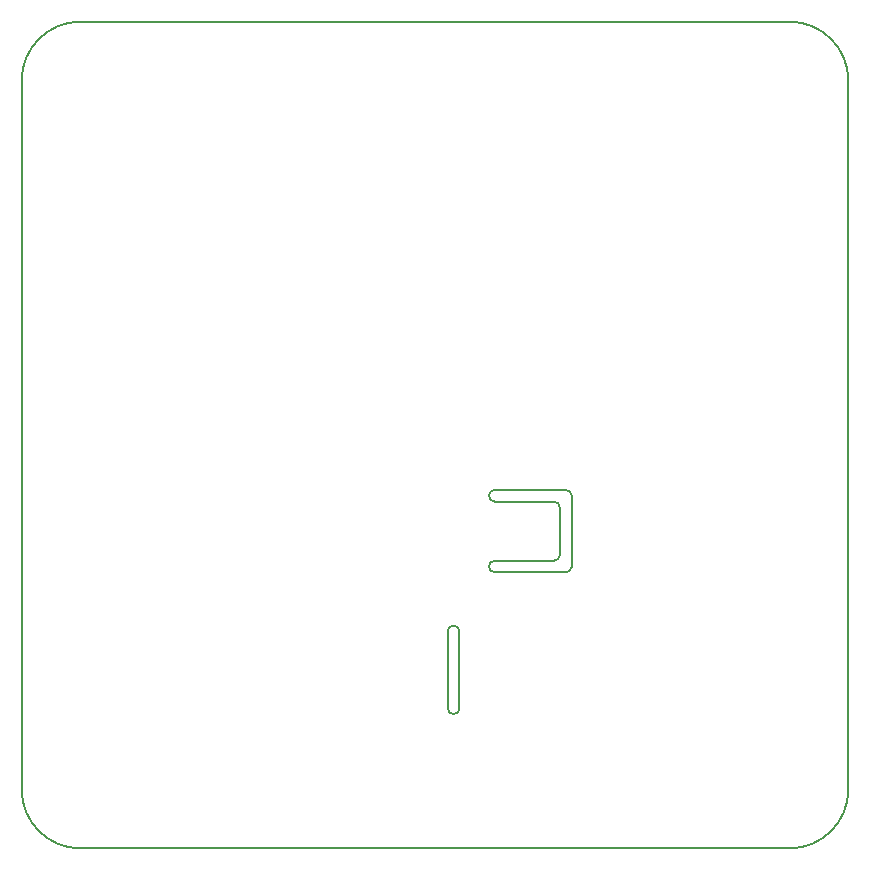
<source format=gm1>
G04 #@! TF.GenerationSoftware,KiCad,Pcbnew,(5.0.0)*
G04 #@! TF.CreationDate,2019-01-27T17:49:07+01:00*
G04 #@! TF.ProjectId,HeaterControlIndication,486561746572436F6E74726F6C496E64,rev?*
G04 #@! TF.SameCoordinates,Original*
G04 #@! TF.FileFunction,Profile,NP*
%FSLAX46Y46*%
G04 Gerber Fmt 4.6, Leading zero omitted, Abs format (unit mm)*
G04 Created by KiCad (PCBNEW (5.0.0)) date 01/27/19 17:49:07*
%MOMM*%
%LPD*%
G01*
G04 APERTURE LIST*
%ADD10C,0.150000*%
G04 APERTURE END LIST*
D10*
X152000000Y-116000000D02*
G75*
G02X151000000Y-116000000I-500000J0D01*
G01*
X151000000Y-109500000D02*
G75*
G02X152000000Y-109500000I500000J0D01*
G01*
X151000000Y-116000000D02*
X151000000Y-109500000D01*
X152000000Y-109500000D02*
X152000000Y-116000000D01*
X161500000Y-98000000D02*
X161500000Y-104000000D01*
X160000000Y-98500000D02*
X155000000Y-98500000D01*
X161000000Y-104500000D02*
X155000000Y-104500000D01*
X160500000Y-103000000D02*
X160500000Y-99000000D01*
X161500000Y-104000000D02*
G75*
G02X161000000Y-104500000I-500000J0D01*
G01*
X161000000Y-97500000D02*
G75*
G02X161500000Y-98000000I0J-500000D01*
G01*
X160500000Y-103000000D02*
G75*
G02X160000000Y-103500000I-500000J0D01*
G01*
X160000000Y-98500000D02*
G75*
G02X160500000Y-99000000I0J-500000D01*
G01*
X155000000Y-98500000D02*
G75*
G02X155000000Y-97500000I0J500000D01*
G01*
X155000000Y-104500000D02*
G75*
G02X155000000Y-103500000I0J500000D01*
G01*
X155000000Y-103500000D02*
X160000000Y-103500000D01*
X155000000Y-97500000D02*
X161000000Y-97500000D01*
X114928100Y-62862800D02*
X114928100Y-122862800D01*
X119928100Y-127862800D02*
X179928100Y-127862800D01*
X184928100Y-122862800D02*
X184928100Y-62862800D01*
X179928100Y-57862800D02*
X164928100Y-57862800D01*
X164928100Y-57862800D02*
X119928100Y-57862800D01*
X179928100Y-57862800D02*
G75*
G02X184928100Y-62862800I0J-5000000D01*
G01*
X114928100Y-62862800D02*
G75*
G02X119928100Y-57862800I5000000J0D01*
G01*
X119928100Y-127862800D02*
G75*
G02X114928100Y-122862800I0J5000000D01*
G01*
X184928100Y-122862800D02*
G75*
G02X179928100Y-127862800I-5000000J0D01*
G01*
M02*

</source>
